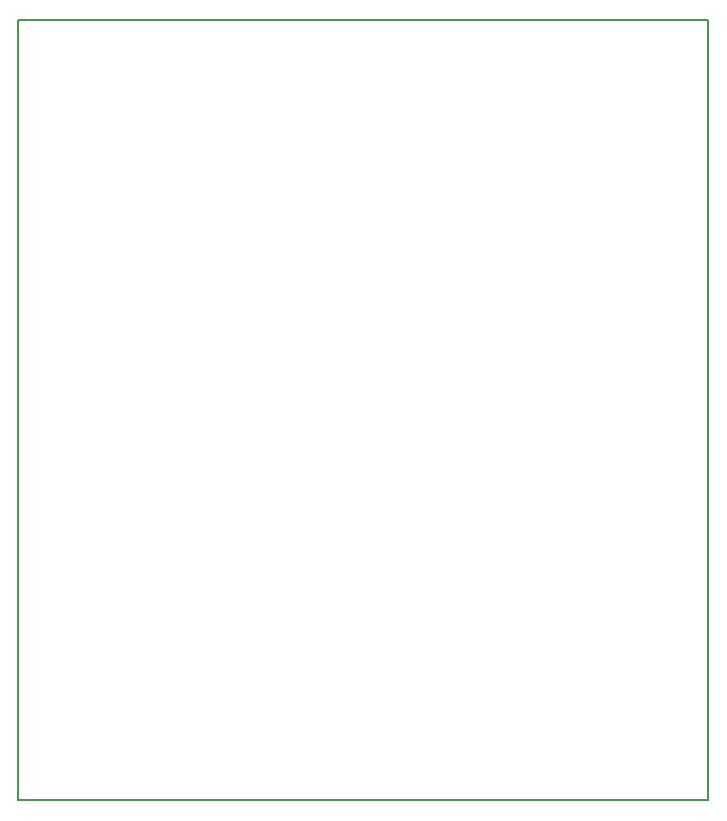
<source format=gbr>
%TF.GenerationSoftware,KiCad,Pcbnew,9.0.5*%
%TF.CreationDate,2025-12-13T23:56:32-06:00*%
%TF.ProjectId,CPE495-LED-Driver-Board,43504534-3935-42d4-9c45-442d44726976,v0.2*%
%TF.SameCoordinates,Original*%
%TF.FileFunction,Profile,NP*%
%FSLAX46Y46*%
G04 Gerber Fmt 4.6, Leading zero omitted, Abs format (unit mm)*
G04 Created by KiCad (PCBNEW 9.0.5) date 2025-12-13 23:56:32*
%MOMM*%
%LPD*%
G01*
G04 APERTURE LIST*
%TA.AperFunction,Profile*%
%ADD10C,0.200000*%
%TD*%
G04 APERTURE END LIST*
D10*
X147320000Y-68580000D02*
X205740000Y-68580000D01*
X205740000Y-134620000D01*
X147320000Y-134620000D01*
X147320000Y-68580000D01*
M02*

</source>
